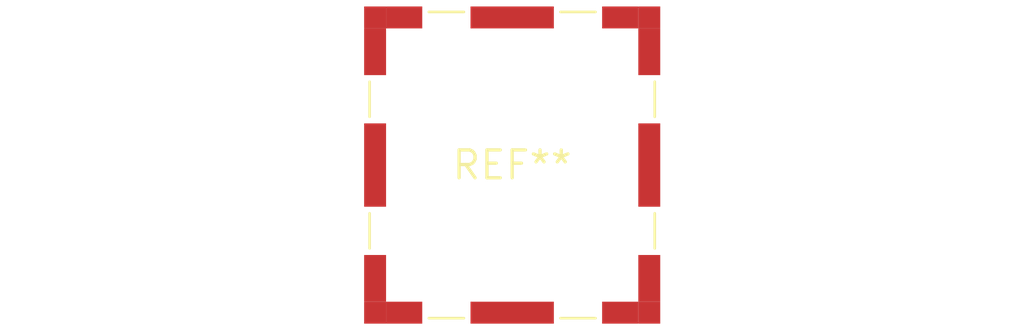
<source format=kicad_pcb>
(kicad_pcb (version 20240108) (generator pcbnew)
  (layers (0 "F.Cu" signal) (31 "B.Cu" signal) (34 "B.Paste" user) (35 "F.Paste" user) (36 "B.SilkS" user "B.Silkscreen") (37 "F.SilkS" user "F.Silkscreen") (38 "B.Mask" user) (39 "F.Mask" user) (44 "Edge.Cuts" user))
  (net 0 "")
  (footprint "Laird_Technologies_BMI-S-101_13.66x12.70mm" (layer "F.Cu") (at 0 0)
    (property "Reference" "REF**")
    (property "Value" "Laird_Technologies_BMI-S-101_13.66x12.70mm")
    (fp_line (start -6.5 -3.8) (end -6.5 -2.2) (layer "F.SilkS") (stroke (width 0.12)))
    (fp_line (start -6.5 2.2) (end -6.5 3.8) (layer "F.SilkS") (stroke (width 0.12)))
    (fp_line (start -3.8 -6.98) (end -2.2 -6.98) (layer "F.SilkS") (stroke (width 0.12)))
    (fp_line (start -3.8 6.98) (end -2.2 6.98) (layer "F.SilkS") (stroke (width 0.12)))
    (fp_line (start 2.2 -6.98) (end 3.8 -6.98) (layer "F.SilkS") (stroke (width 0.12)))
    (fp_line (start 2.2 6.98) (end 3.8 6.98) (layer "F.SilkS") (stroke (width 0.12)))
    (fp_line (start 6.5 -3.8) (end 6.5 -2.2) (layer "F.SilkS") (stroke (width 0.12)))
    (fp_line (start 6.5 2.2) (end 6.5 3.8) (layer "F.SilkS") (stroke (width 0.12)))
    (pad "1" smd rect (at -6.25 -6.73) (size 1 1) (layers "F.Cu" "F.Paste" "F.Mask"))
    (pad "1" smd rect (at -6.25 -5.165) (size 1 2.13) (layers "F.Cu" "F.Paste" "F.Mask"))
    (pad "1" smd rect (at -6.25 0) (size 1 3.8) (layers "F.Cu" "F.Paste" "F.Mask"))
    (pad "1" smd rect (at -6.25 5.165) (size 1 2.13) (layers "F.Cu" "F.Paste" "F.Mask"))
    (pad "1" smd rect (at -6.25 6.73) (size 1 1) (layers "F.Cu" "F.Paste" "F.Mask"))
    (pad "1" smd rect (at -4.925 -6.73) (size 1.65 1) (layers "F.Cu" "F.Paste" "F.Mask"))
    (pad "1" smd rect (at -4.925 6.73) (size 1.65 1) (layers "F.Cu" "F.Paste" "F.Mask"))
    (pad "1" smd rect (at 0 -6.73) (size 3.8 1) (layers "F.Cu" "F.Paste" "F.Mask"))
    (pad "1" smd rect (at 0 6.73) (size 3.8 1) (layers "F.Cu" "F.Paste" "F.Mask"))
    (pad "1" smd rect (at 4.925 -6.73) (size 1.65 1) (layers "F.Cu" "F.Paste" "F.Mask"))
    (pad "1" smd rect (at 4.925 6.73) (size 1.65 1) (layers "F.Cu" "F.Paste" "F.Mask"))
    (pad "1" smd rect (at 6.25 -6.73) (size 1 1) (layers "F.Cu" "F.Paste" "F.Mask"))
    (pad "1" smd rect (at 6.25 -5.165) (size 1 2.13) (layers "F.Cu" "F.Paste" "F.Mask"))
    (pad "1" smd rect (at 6.25 0) (size 1 3.8) (layers "F.Cu" "F.Paste" "F.Mask"))
    (pad "1" smd rect (at 6.25 5.165) (size 1 2.13) (layers "F.Cu" "F.Paste" "F.Mask"))
    (pad "1" smd rect (at 6.25 6.73) (size 1 1) (layers "F.Cu" "F.Paste" "F.Mask"))
  )
)
</source>
